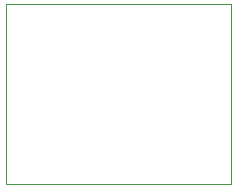
<source format=gbr>
%TF.GenerationSoftware,KiCad,Pcbnew,5.1.8-db9833491~88~ubuntu20.10.1*%
%TF.CreationDate,2020-12-02T23:45:44-06:00*%
%TF.ProjectId,skedd_swd_adapter,736b6564-645f-4737-9764-5f6164617074,rev?*%
%TF.SameCoordinates,Original*%
%TF.FileFunction,Profile,NP*%
%FSLAX46Y46*%
G04 Gerber Fmt 4.6, Leading zero omitted, Abs format (unit mm)*
G04 Created by KiCad (PCBNEW 5.1.8-db9833491~88~ubuntu20.10.1) date 2020-12-02 23:45:44*
%MOMM*%
%LPD*%
G01*
G04 APERTURE LIST*
%TA.AperFunction,Profile*%
%ADD10C,0.050000*%
%TD*%
G04 APERTURE END LIST*
D10*
X42545000Y-17780000D02*
X23495000Y-17780000D01*
X42545000Y-33020000D02*
X42545000Y-17780000D01*
X23495000Y-33020000D02*
X42545000Y-33020000D01*
X23495000Y-17780000D02*
X23495000Y-33020000D01*
M02*

</source>
